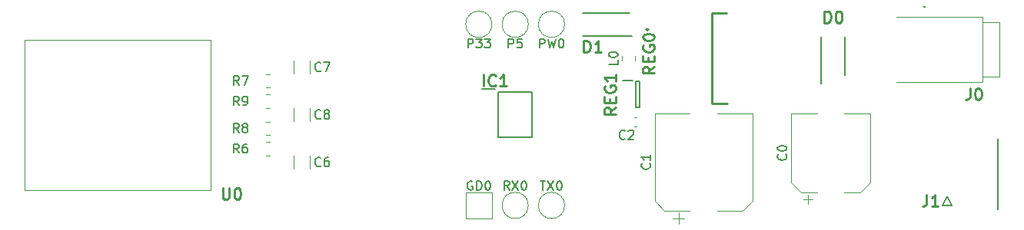
<source format=gbr>
%TF.GenerationSoftware,KiCad,Pcbnew,(5.1.12)-1*%
%TF.CreationDate,2023-03-06T23:23:30+01:00*%
%TF.ProjectId,DualPressure_V2,4475616c-5072-4657-9373-7572655f5632,rev?*%
%TF.SameCoordinates,Original*%
%TF.FileFunction,Legend,Top*%
%TF.FilePolarity,Positive*%
%FSLAX46Y46*%
G04 Gerber Fmt 4.6, Leading zero omitted, Abs format (unit mm)*
G04 Created by KiCad (PCBNEW (5.1.12)-1) date 2023-03-06 23:23:30*
%MOMM*%
%LPD*%
G01*
G04 APERTURE LIST*
%ADD10C,0.120000*%
%ADD11C,0.200000*%
%ADD12C,0.100000*%
%ADD13C,0.127000*%
%ADD14C,0.254000*%
%ADD15C,0.150000*%
G04 APERTURE END LIST*
D10*
%TO.C,C0*%
X248490000Y-96300000D02*
X249490000Y-96300000D01*
X248990000Y-96800000D02*
X248990000Y-95800000D01*
X254795563Y-95560000D02*
X255860000Y-94495563D01*
X248204437Y-95560000D02*
X247140000Y-94495563D01*
X248204437Y-95560000D02*
X249990000Y-95560000D01*
X254795563Y-95560000D02*
X253010000Y-95560000D01*
X255860000Y-94495563D02*
X255860000Y-86840000D01*
X247140000Y-94495563D02*
X247140000Y-86840000D01*
X247140000Y-86840000D02*
X249990000Y-86840000D01*
X255860000Y-86840000D02*
X253010000Y-86840000D01*
%TO.C,C1*%
X234115000Y-98425000D02*
X235365000Y-98425000D01*
X234740000Y-99050000D02*
X234740000Y-97800000D01*
X241795563Y-97560000D02*
X242860000Y-96495563D01*
X233204437Y-97560000D02*
X232140000Y-96495563D01*
X233204437Y-97560000D02*
X235990000Y-97560000D01*
X241795563Y-97560000D02*
X239010000Y-97560000D01*
X242860000Y-96495563D02*
X242860000Y-86840000D01*
X232140000Y-96495563D02*
X232140000Y-86840000D01*
X232140000Y-86840000D02*
X235990000Y-86840000D01*
X242860000Y-86840000D02*
X239010000Y-86840000D01*
%TO.C,C2*%
X229853733Y-88260000D02*
X230146267Y-88260000D01*
X229853733Y-87240000D02*
X230146267Y-87240000D01*
%TO.C,C6*%
X192340000Y-92961252D02*
X192340000Y-91538748D01*
X194160000Y-92961252D02*
X194160000Y-91538748D01*
%TO.C,C7*%
X194160000Y-82461252D02*
X194160000Y-81038748D01*
X192340000Y-82461252D02*
X192340000Y-81038748D01*
%TO.C,C8*%
X194160000Y-87711252D02*
X194160000Y-86288748D01*
X192340000Y-87711252D02*
X192340000Y-86288748D01*
D11*
%TO.C,D0*%
X253050000Y-82638000D02*
X253050000Y-78362000D01*
X250450000Y-83510000D02*
X250450000Y-78362000D01*
%TO.C,D1*%
X229320000Y-75720000D02*
X224180000Y-75720000D01*
X224180000Y-78280000D02*
X229600000Y-78280000D01*
D10*
%TO.C,GD0*%
X211300000Y-98450000D02*
X211300000Y-95550000D01*
X214200000Y-98450000D02*
X211300000Y-98450000D01*
X214200000Y-95550000D02*
X214200000Y-98450000D01*
X211300000Y-95550000D02*
X214200000Y-95550000D01*
D11*
%TO.C,IC1*%
X213075000Y-84150000D02*
X214550000Y-84150000D01*
X214900000Y-89500000D02*
X214900000Y-84500000D01*
X218600000Y-89500000D02*
X214900000Y-89500000D01*
X218600000Y-84500000D02*
X218600000Y-89500000D01*
X214900000Y-84500000D02*
X218600000Y-84500000D01*
%TO.C,J0*%
X261900000Y-75050000D02*
X261900000Y-75050000D01*
X261800000Y-75050000D02*
X261800000Y-75050000D01*
X261900000Y-75050000D02*
X261900000Y-75050000D01*
D12*
X268200000Y-83350000D02*
X268200000Y-83350000D01*
X258700000Y-83350000D02*
X268200000Y-83350000D01*
X258700000Y-83350000D02*
X258700000Y-83350000D01*
X268200000Y-83350000D02*
X258700000Y-83350000D01*
X268200000Y-83350000D02*
X268200000Y-82750000D01*
X268200000Y-83350000D02*
X268200000Y-83350000D01*
X268200000Y-82750000D02*
X268200000Y-83350000D01*
X268200000Y-82750000D02*
X268200000Y-82750000D01*
X268200000Y-76150000D02*
X268200000Y-76150000D01*
X258700000Y-76150000D02*
X268200000Y-76150000D01*
X258700000Y-76150000D02*
X258700000Y-76150000D01*
X268200000Y-76150000D02*
X258700000Y-76150000D01*
X268200000Y-76150000D02*
X268200000Y-76750000D01*
X268200000Y-76150000D02*
X268200000Y-76150000D01*
X268200000Y-76750000D02*
X268200000Y-76150000D01*
X268200000Y-76750000D02*
X268200000Y-76750000D01*
X270100000Y-82750000D02*
X270100000Y-76750000D01*
X268200000Y-82750000D02*
X270100000Y-82750000D01*
X268200000Y-76750000D02*
X268200000Y-82750000D01*
X270100000Y-76750000D02*
X268200000Y-76750000D01*
D11*
X261800000Y-75050000D02*
G75*
G02*
X261900000Y-75050000I50000J0D01*
G01*
X261900000Y-75050000D02*
G75*
G02*
X261800000Y-75050000I-50000J0D01*
G01*
X261800000Y-75050000D02*
G75*
G02*
X261900000Y-75050000I50000J0D01*
G01*
D13*
%TO.C,J1*%
X264325000Y-96000000D02*
X264825000Y-97000000D01*
X263825000Y-97000000D02*
X264325000Y-96000000D01*
X264825000Y-97000000D02*
X263825000Y-97000000D01*
X269925000Y-89600000D02*
X269925000Y-97400000D01*
D10*
%TO.C,L0*%
X229960000Y-81011252D02*
X229960000Y-80488748D01*
X228540000Y-81011252D02*
X228540000Y-80488748D01*
%TO.C,P5*%
X218200000Y-77000000D02*
G75*
G03*
X218200000Y-77000000I-1450000J0D01*
G01*
%TO.C,P33*%
X214200000Y-77000000D02*
G75*
G03*
X214200000Y-77000000I-1450000J0D01*
G01*
%TO.C,PW0*%
X222200000Y-77000000D02*
G75*
G03*
X222200000Y-77000000I-1450000J0D01*
G01*
%TO.C,R6*%
X189727064Y-91485000D02*
X189272936Y-91485000D01*
X189727064Y-90015000D02*
X189272936Y-90015000D01*
%TO.C,R7*%
X189272936Y-83985000D02*
X189727064Y-83985000D01*
X189272936Y-82515000D02*
X189727064Y-82515000D01*
%TO.C,R8*%
X189727064Y-87765000D02*
X189272936Y-87765000D01*
X189727064Y-89235000D02*
X189272936Y-89235000D01*
%TO.C,R9*%
X189727064Y-86235000D02*
X189272936Y-86235000D01*
X189727064Y-84765000D02*
X189272936Y-84765000D01*
D14*
%TO.C,REG0*%
X231415670Y-77550000D02*
G75*
G03*
X231415670Y-77550000I-115670J0D01*
G01*
X238400000Y-85760000D02*
X240080000Y-85760000D01*
X238400000Y-75740000D02*
X239987670Y-75740000D01*
X238400000Y-85760000D02*
X238400000Y-75740000D01*
D11*
%TO.C,REG1*%
X228625000Y-83215000D02*
X229675000Y-83215000D01*
X230025000Y-86200000D02*
X230025000Y-83300000D01*
X230475000Y-86200000D02*
X230025000Y-86200000D01*
X230475000Y-83300000D02*
X230475000Y-86200000D01*
X230025000Y-83300000D02*
X230475000Y-83300000D01*
D10*
%TO.C,RX0*%
X218200000Y-97000000D02*
G75*
G03*
X218200000Y-97000000I-1450000J0D01*
G01*
%TO.C,TX0*%
X222200000Y-97000000D02*
G75*
G03*
X222200000Y-97000000I-1450000J0D01*
G01*
D12*
%TO.C,U0*%
X183250000Y-78750000D02*
X183250000Y-95350000D01*
X162750000Y-78750000D02*
X183250000Y-78750000D01*
X162750000Y-95350000D02*
X162750000Y-78750000D01*
X183250000Y-95350000D02*
X162750000Y-95350000D01*
%TO.C,C0*%
D15*
X246557142Y-91366666D02*
X246604761Y-91414285D01*
X246652380Y-91557142D01*
X246652380Y-91652380D01*
X246604761Y-91795238D01*
X246509523Y-91890476D01*
X246414285Y-91938095D01*
X246223809Y-91985714D01*
X246080952Y-91985714D01*
X245890476Y-91938095D01*
X245795238Y-91890476D01*
X245700000Y-91795238D01*
X245652380Y-91652380D01*
X245652380Y-91557142D01*
X245700000Y-91414285D01*
X245747619Y-91366666D01*
X245652380Y-90747619D02*
X245652380Y-90652380D01*
X245700000Y-90557142D01*
X245747619Y-90509523D01*
X245842857Y-90461904D01*
X246033333Y-90414285D01*
X246271428Y-90414285D01*
X246461904Y-90461904D01*
X246557142Y-90509523D01*
X246604761Y-90557142D01*
X246652380Y-90652380D01*
X246652380Y-90747619D01*
X246604761Y-90842857D01*
X246557142Y-90890476D01*
X246461904Y-90938095D01*
X246271428Y-90985714D01*
X246033333Y-90985714D01*
X245842857Y-90938095D01*
X245747619Y-90890476D01*
X245700000Y-90842857D01*
X245652380Y-90747619D01*
%TO.C,C1*%
X231557142Y-92366666D02*
X231604761Y-92414285D01*
X231652380Y-92557142D01*
X231652380Y-92652380D01*
X231604761Y-92795238D01*
X231509523Y-92890476D01*
X231414285Y-92938095D01*
X231223809Y-92985714D01*
X231080952Y-92985714D01*
X230890476Y-92938095D01*
X230795238Y-92890476D01*
X230700000Y-92795238D01*
X230652380Y-92652380D01*
X230652380Y-92557142D01*
X230700000Y-92414285D01*
X230747619Y-92366666D01*
X231652380Y-91414285D02*
X231652380Y-91985714D01*
X231652380Y-91700000D02*
X230652380Y-91700000D01*
X230795238Y-91795238D01*
X230890476Y-91890476D01*
X230938095Y-91985714D01*
%TO.C,C2*%
X228833333Y-89607142D02*
X228785714Y-89654761D01*
X228642857Y-89702380D01*
X228547619Y-89702380D01*
X228404761Y-89654761D01*
X228309523Y-89559523D01*
X228261904Y-89464285D01*
X228214285Y-89273809D01*
X228214285Y-89130952D01*
X228261904Y-88940476D01*
X228309523Y-88845238D01*
X228404761Y-88750000D01*
X228547619Y-88702380D01*
X228642857Y-88702380D01*
X228785714Y-88750000D01*
X228833333Y-88797619D01*
X229214285Y-88797619D02*
X229261904Y-88750000D01*
X229357142Y-88702380D01*
X229595238Y-88702380D01*
X229690476Y-88750000D01*
X229738095Y-88797619D01*
X229785714Y-88892857D01*
X229785714Y-88988095D01*
X229738095Y-89130952D01*
X229166666Y-89702380D01*
X229785714Y-89702380D01*
%TO.C,C6*%
X195333333Y-92607142D02*
X195285714Y-92654761D01*
X195142857Y-92702380D01*
X195047619Y-92702380D01*
X194904761Y-92654761D01*
X194809523Y-92559523D01*
X194761904Y-92464285D01*
X194714285Y-92273809D01*
X194714285Y-92130952D01*
X194761904Y-91940476D01*
X194809523Y-91845238D01*
X194904761Y-91750000D01*
X195047619Y-91702380D01*
X195142857Y-91702380D01*
X195285714Y-91750000D01*
X195333333Y-91797619D01*
X196190476Y-91702380D02*
X196000000Y-91702380D01*
X195904761Y-91750000D01*
X195857142Y-91797619D01*
X195761904Y-91940476D01*
X195714285Y-92130952D01*
X195714285Y-92511904D01*
X195761904Y-92607142D01*
X195809523Y-92654761D01*
X195904761Y-92702380D01*
X196095238Y-92702380D01*
X196190476Y-92654761D01*
X196238095Y-92607142D01*
X196285714Y-92511904D01*
X196285714Y-92273809D01*
X196238095Y-92178571D01*
X196190476Y-92130952D01*
X196095238Y-92083333D01*
X195904761Y-92083333D01*
X195809523Y-92130952D01*
X195761904Y-92178571D01*
X195714285Y-92273809D01*
%TO.C,C7*%
X195333333Y-82107142D02*
X195285714Y-82154761D01*
X195142857Y-82202380D01*
X195047619Y-82202380D01*
X194904761Y-82154761D01*
X194809523Y-82059523D01*
X194761904Y-81964285D01*
X194714285Y-81773809D01*
X194714285Y-81630952D01*
X194761904Y-81440476D01*
X194809523Y-81345238D01*
X194904761Y-81250000D01*
X195047619Y-81202380D01*
X195142857Y-81202380D01*
X195285714Y-81250000D01*
X195333333Y-81297619D01*
X195666666Y-81202380D02*
X196333333Y-81202380D01*
X195904761Y-82202380D01*
%TO.C,C8*%
X195333333Y-87357142D02*
X195285714Y-87404761D01*
X195142857Y-87452380D01*
X195047619Y-87452380D01*
X194904761Y-87404761D01*
X194809523Y-87309523D01*
X194761904Y-87214285D01*
X194714285Y-87023809D01*
X194714285Y-86880952D01*
X194761904Y-86690476D01*
X194809523Y-86595238D01*
X194904761Y-86500000D01*
X195047619Y-86452380D01*
X195142857Y-86452380D01*
X195285714Y-86500000D01*
X195333333Y-86547619D01*
X195904761Y-86880952D02*
X195809523Y-86833333D01*
X195761904Y-86785714D01*
X195714285Y-86690476D01*
X195714285Y-86642857D01*
X195761904Y-86547619D01*
X195809523Y-86500000D01*
X195904761Y-86452380D01*
X196095238Y-86452380D01*
X196190476Y-86500000D01*
X196238095Y-86547619D01*
X196285714Y-86642857D01*
X196285714Y-86690476D01*
X196238095Y-86785714D01*
X196190476Y-86833333D01*
X196095238Y-86880952D01*
X195904761Y-86880952D01*
X195809523Y-86928571D01*
X195761904Y-86976190D01*
X195714285Y-87071428D01*
X195714285Y-87261904D01*
X195761904Y-87357142D01*
X195809523Y-87404761D01*
X195904761Y-87452380D01*
X196095238Y-87452380D01*
X196190476Y-87404761D01*
X196238095Y-87357142D01*
X196285714Y-87261904D01*
X196285714Y-87071428D01*
X196238095Y-86976190D01*
X196190476Y-86928571D01*
X196095238Y-86880952D01*
%TO.C,D0*%
D14*
X250812619Y-76824523D02*
X250812619Y-75554523D01*
X251115000Y-75554523D01*
X251296428Y-75615000D01*
X251417380Y-75735952D01*
X251477857Y-75856904D01*
X251538333Y-76098809D01*
X251538333Y-76280238D01*
X251477857Y-76522142D01*
X251417380Y-76643095D01*
X251296428Y-76764047D01*
X251115000Y-76824523D01*
X250812619Y-76824523D01*
X252324523Y-75554523D02*
X252445476Y-75554523D01*
X252566428Y-75615000D01*
X252626904Y-75675476D01*
X252687380Y-75796428D01*
X252747857Y-76038333D01*
X252747857Y-76340714D01*
X252687380Y-76582619D01*
X252626904Y-76703571D01*
X252566428Y-76764047D01*
X252445476Y-76824523D01*
X252324523Y-76824523D01*
X252203571Y-76764047D01*
X252143095Y-76703571D01*
X252082619Y-76582619D01*
X252022142Y-76340714D01*
X252022142Y-76038333D01*
X252082619Y-75796428D01*
X252143095Y-75675476D01*
X252203571Y-75615000D01*
X252324523Y-75554523D01*
%TO.C,D1*%
X224312619Y-80074523D02*
X224312619Y-78804523D01*
X224615000Y-78804523D01*
X224796428Y-78865000D01*
X224917380Y-78985952D01*
X224977857Y-79106904D01*
X225038333Y-79348809D01*
X225038333Y-79530238D01*
X224977857Y-79772142D01*
X224917380Y-79893095D01*
X224796428Y-80014047D01*
X224615000Y-80074523D01*
X224312619Y-80074523D01*
X226247857Y-80074523D02*
X225522142Y-80074523D01*
X225885000Y-80074523D02*
X225885000Y-78804523D01*
X225764047Y-78985952D01*
X225643095Y-79106904D01*
X225522142Y-79167380D01*
%TO.C,GD0*%
D15*
X212035714Y-94352000D02*
X211940476Y-94304380D01*
X211797619Y-94304380D01*
X211654761Y-94352000D01*
X211559523Y-94447238D01*
X211511904Y-94542476D01*
X211464285Y-94732952D01*
X211464285Y-94875809D01*
X211511904Y-95066285D01*
X211559523Y-95161523D01*
X211654761Y-95256761D01*
X211797619Y-95304380D01*
X211892857Y-95304380D01*
X212035714Y-95256761D01*
X212083333Y-95209142D01*
X212083333Y-94875809D01*
X211892857Y-94875809D01*
X212511904Y-95304380D02*
X212511904Y-94304380D01*
X212750000Y-94304380D01*
X212892857Y-94352000D01*
X212988095Y-94447238D01*
X213035714Y-94542476D01*
X213083333Y-94732952D01*
X213083333Y-94875809D01*
X213035714Y-95066285D01*
X212988095Y-95161523D01*
X212892857Y-95256761D01*
X212750000Y-95304380D01*
X212511904Y-95304380D01*
X213702380Y-94304380D02*
X213797619Y-94304380D01*
X213892857Y-94352000D01*
X213940476Y-94399619D01*
X213988095Y-94494857D01*
X214035714Y-94685333D01*
X214035714Y-94923428D01*
X213988095Y-95113904D01*
X213940476Y-95209142D01*
X213892857Y-95256761D01*
X213797619Y-95304380D01*
X213702380Y-95304380D01*
X213607142Y-95256761D01*
X213559523Y-95209142D01*
X213511904Y-95113904D01*
X213464285Y-94923428D01*
X213464285Y-94685333D01*
X213511904Y-94494857D01*
X213559523Y-94399619D01*
X213607142Y-94352000D01*
X213702380Y-94304380D01*
%TO.C,IC1*%
D14*
X213260238Y-83824523D02*
X213260238Y-82554523D01*
X214590714Y-83703571D02*
X214530238Y-83764047D01*
X214348809Y-83824523D01*
X214227857Y-83824523D01*
X214046428Y-83764047D01*
X213925476Y-83643095D01*
X213865000Y-83522142D01*
X213804523Y-83280238D01*
X213804523Y-83098809D01*
X213865000Y-82856904D01*
X213925476Y-82735952D01*
X214046428Y-82615000D01*
X214227857Y-82554523D01*
X214348809Y-82554523D01*
X214530238Y-82615000D01*
X214590714Y-82675476D01*
X215800238Y-83824523D02*
X215074523Y-83824523D01*
X215437380Y-83824523D02*
X215437380Y-82554523D01*
X215316428Y-82735952D01*
X215195476Y-82856904D01*
X215074523Y-82917380D01*
%TO.C,J0*%
X266826666Y-84054523D02*
X266826666Y-84961666D01*
X266766190Y-85143095D01*
X266645238Y-85264047D01*
X266463809Y-85324523D01*
X266342857Y-85324523D01*
X267673333Y-84054523D02*
X267794285Y-84054523D01*
X267915238Y-84115000D01*
X267975714Y-84175476D01*
X268036190Y-84296428D01*
X268096666Y-84538333D01*
X268096666Y-84840714D01*
X268036190Y-85082619D01*
X267975714Y-85203571D01*
X267915238Y-85264047D01*
X267794285Y-85324523D01*
X267673333Y-85324523D01*
X267552380Y-85264047D01*
X267491904Y-85203571D01*
X267431428Y-85082619D01*
X267370952Y-84840714D01*
X267370952Y-84538333D01*
X267431428Y-84296428D01*
X267491904Y-84175476D01*
X267552380Y-84115000D01*
X267673333Y-84054523D01*
%TO.C,J1*%
X262076666Y-95804523D02*
X262076666Y-96711666D01*
X262016190Y-96893095D01*
X261895238Y-97014047D01*
X261713809Y-97074523D01*
X261592857Y-97074523D01*
X263346666Y-97074523D02*
X262620952Y-97074523D01*
X262983809Y-97074523D02*
X262983809Y-95804523D01*
X262862857Y-95985952D01*
X262741904Y-96106904D01*
X262620952Y-96167380D01*
%TO.C,L0*%
D15*
X228052380Y-80916666D02*
X228052380Y-81392857D01*
X227052380Y-81392857D01*
X227052380Y-80392857D02*
X227052380Y-80297619D01*
X227100000Y-80202380D01*
X227147619Y-80154761D01*
X227242857Y-80107142D01*
X227433333Y-80059523D01*
X227671428Y-80059523D01*
X227861904Y-80107142D01*
X227957142Y-80154761D01*
X228004761Y-80202380D01*
X228052380Y-80297619D01*
X228052380Y-80392857D01*
X228004761Y-80488095D01*
X227957142Y-80535714D01*
X227861904Y-80583333D01*
X227671428Y-80630952D01*
X227433333Y-80630952D01*
X227242857Y-80583333D01*
X227147619Y-80535714D01*
X227100000Y-80488095D01*
X227052380Y-80392857D01*
%TO.C,P5*%
X216011904Y-79600380D02*
X216011904Y-78600380D01*
X216392857Y-78600380D01*
X216488095Y-78648000D01*
X216535714Y-78695619D01*
X216583333Y-78790857D01*
X216583333Y-78933714D01*
X216535714Y-79028952D01*
X216488095Y-79076571D01*
X216392857Y-79124190D01*
X216011904Y-79124190D01*
X217488095Y-78600380D02*
X217011904Y-78600380D01*
X216964285Y-79076571D01*
X217011904Y-79028952D01*
X217107142Y-78981333D01*
X217345238Y-78981333D01*
X217440476Y-79028952D01*
X217488095Y-79076571D01*
X217535714Y-79171809D01*
X217535714Y-79409904D01*
X217488095Y-79505142D01*
X217440476Y-79552761D01*
X217345238Y-79600380D01*
X217107142Y-79600380D01*
X217011904Y-79552761D01*
X216964285Y-79505142D01*
%TO.C,P33*%
X211535714Y-79600380D02*
X211535714Y-78600380D01*
X211916666Y-78600380D01*
X212011904Y-78648000D01*
X212059523Y-78695619D01*
X212107142Y-78790857D01*
X212107142Y-78933714D01*
X212059523Y-79028952D01*
X212011904Y-79076571D01*
X211916666Y-79124190D01*
X211535714Y-79124190D01*
X212440476Y-78600380D02*
X213059523Y-78600380D01*
X212726190Y-78981333D01*
X212869047Y-78981333D01*
X212964285Y-79028952D01*
X213011904Y-79076571D01*
X213059523Y-79171809D01*
X213059523Y-79409904D01*
X213011904Y-79505142D01*
X212964285Y-79552761D01*
X212869047Y-79600380D01*
X212583333Y-79600380D01*
X212488095Y-79552761D01*
X212440476Y-79505142D01*
X213392857Y-78600380D02*
X214011904Y-78600380D01*
X213678571Y-78981333D01*
X213821428Y-78981333D01*
X213916666Y-79028952D01*
X213964285Y-79076571D01*
X214011904Y-79171809D01*
X214011904Y-79409904D01*
X213964285Y-79505142D01*
X213916666Y-79552761D01*
X213821428Y-79600380D01*
X213535714Y-79600380D01*
X213440476Y-79552761D01*
X213392857Y-79505142D01*
%TO.C,PW0*%
X219440476Y-79600380D02*
X219440476Y-78600380D01*
X219821428Y-78600380D01*
X219916666Y-78648000D01*
X219964285Y-78695619D01*
X220011904Y-78790857D01*
X220011904Y-78933714D01*
X219964285Y-79028952D01*
X219916666Y-79076571D01*
X219821428Y-79124190D01*
X219440476Y-79124190D01*
X220345238Y-78600380D02*
X220583333Y-79600380D01*
X220773809Y-78886095D01*
X220964285Y-79600380D01*
X221202380Y-78600380D01*
X221773809Y-78600380D02*
X221869047Y-78600380D01*
X221964285Y-78648000D01*
X222011904Y-78695619D01*
X222059523Y-78790857D01*
X222107142Y-78981333D01*
X222107142Y-79219428D01*
X222059523Y-79409904D01*
X222011904Y-79505142D01*
X221964285Y-79552761D01*
X221869047Y-79600380D01*
X221773809Y-79600380D01*
X221678571Y-79552761D01*
X221630952Y-79505142D01*
X221583333Y-79409904D01*
X221535714Y-79219428D01*
X221535714Y-78981333D01*
X221583333Y-78790857D01*
X221630952Y-78695619D01*
X221678571Y-78648000D01*
X221773809Y-78600380D01*
%TO.C,R6*%
X186333333Y-91202380D02*
X186000000Y-90726190D01*
X185761904Y-91202380D02*
X185761904Y-90202380D01*
X186142857Y-90202380D01*
X186238095Y-90250000D01*
X186285714Y-90297619D01*
X186333333Y-90392857D01*
X186333333Y-90535714D01*
X186285714Y-90630952D01*
X186238095Y-90678571D01*
X186142857Y-90726190D01*
X185761904Y-90726190D01*
X187190476Y-90202380D02*
X187000000Y-90202380D01*
X186904761Y-90250000D01*
X186857142Y-90297619D01*
X186761904Y-90440476D01*
X186714285Y-90630952D01*
X186714285Y-91011904D01*
X186761904Y-91107142D01*
X186809523Y-91154761D01*
X186904761Y-91202380D01*
X187095238Y-91202380D01*
X187190476Y-91154761D01*
X187238095Y-91107142D01*
X187285714Y-91011904D01*
X187285714Y-90773809D01*
X187238095Y-90678571D01*
X187190476Y-90630952D01*
X187095238Y-90583333D01*
X186904761Y-90583333D01*
X186809523Y-90630952D01*
X186761904Y-90678571D01*
X186714285Y-90773809D01*
%TO.C,R7*%
X186333333Y-83702380D02*
X186000000Y-83226190D01*
X185761904Y-83702380D02*
X185761904Y-82702380D01*
X186142857Y-82702380D01*
X186238095Y-82750000D01*
X186285714Y-82797619D01*
X186333333Y-82892857D01*
X186333333Y-83035714D01*
X186285714Y-83130952D01*
X186238095Y-83178571D01*
X186142857Y-83226190D01*
X185761904Y-83226190D01*
X186666666Y-82702380D02*
X187333333Y-82702380D01*
X186904761Y-83702380D01*
%TO.C,R8*%
X186333333Y-88952380D02*
X186000000Y-88476190D01*
X185761904Y-88952380D02*
X185761904Y-87952380D01*
X186142857Y-87952380D01*
X186238095Y-88000000D01*
X186285714Y-88047619D01*
X186333333Y-88142857D01*
X186333333Y-88285714D01*
X186285714Y-88380952D01*
X186238095Y-88428571D01*
X186142857Y-88476190D01*
X185761904Y-88476190D01*
X186904761Y-88380952D02*
X186809523Y-88333333D01*
X186761904Y-88285714D01*
X186714285Y-88190476D01*
X186714285Y-88142857D01*
X186761904Y-88047619D01*
X186809523Y-88000000D01*
X186904761Y-87952380D01*
X187095238Y-87952380D01*
X187190476Y-88000000D01*
X187238095Y-88047619D01*
X187285714Y-88142857D01*
X187285714Y-88190476D01*
X187238095Y-88285714D01*
X187190476Y-88333333D01*
X187095238Y-88380952D01*
X186904761Y-88380952D01*
X186809523Y-88428571D01*
X186761904Y-88476190D01*
X186714285Y-88571428D01*
X186714285Y-88761904D01*
X186761904Y-88857142D01*
X186809523Y-88904761D01*
X186904761Y-88952380D01*
X187095238Y-88952380D01*
X187190476Y-88904761D01*
X187238095Y-88857142D01*
X187285714Y-88761904D01*
X187285714Y-88571428D01*
X187238095Y-88476190D01*
X187190476Y-88428571D01*
X187095238Y-88380952D01*
%TO.C,R9*%
X186333333Y-85952380D02*
X186000000Y-85476190D01*
X185761904Y-85952380D02*
X185761904Y-84952380D01*
X186142857Y-84952380D01*
X186238095Y-85000000D01*
X186285714Y-85047619D01*
X186333333Y-85142857D01*
X186333333Y-85285714D01*
X186285714Y-85380952D01*
X186238095Y-85428571D01*
X186142857Y-85476190D01*
X185761904Y-85476190D01*
X186809523Y-85952380D02*
X187000000Y-85952380D01*
X187095238Y-85904761D01*
X187142857Y-85857142D01*
X187238095Y-85714285D01*
X187285714Y-85523809D01*
X187285714Y-85142857D01*
X187238095Y-85047619D01*
X187190476Y-85000000D01*
X187095238Y-84952380D01*
X186904761Y-84952380D01*
X186809523Y-85000000D01*
X186761904Y-85047619D01*
X186714285Y-85142857D01*
X186714285Y-85380952D01*
X186761904Y-85476190D01*
X186809523Y-85523809D01*
X186904761Y-85571428D01*
X187095238Y-85571428D01*
X187190476Y-85523809D01*
X187238095Y-85476190D01*
X187285714Y-85380952D01*
%TO.C,REG0*%
D14*
X232074523Y-81671190D02*
X231469761Y-82094523D01*
X232074523Y-82396904D02*
X230804523Y-82396904D01*
X230804523Y-81913095D01*
X230865000Y-81792142D01*
X230925476Y-81731666D01*
X231046428Y-81671190D01*
X231227857Y-81671190D01*
X231348809Y-81731666D01*
X231409285Y-81792142D01*
X231469761Y-81913095D01*
X231469761Y-82396904D01*
X231409285Y-81126904D02*
X231409285Y-80703571D01*
X232074523Y-80522142D02*
X232074523Y-81126904D01*
X230804523Y-81126904D01*
X230804523Y-80522142D01*
X230865000Y-79312619D02*
X230804523Y-79433571D01*
X230804523Y-79615000D01*
X230865000Y-79796428D01*
X230985952Y-79917380D01*
X231106904Y-79977857D01*
X231348809Y-80038333D01*
X231530238Y-80038333D01*
X231772142Y-79977857D01*
X231893095Y-79917380D01*
X232014047Y-79796428D01*
X232074523Y-79615000D01*
X232074523Y-79494047D01*
X232014047Y-79312619D01*
X231953571Y-79252142D01*
X231530238Y-79252142D01*
X231530238Y-79494047D01*
X230804523Y-78465952D02*
X230804523Y-78345000D01*
X230865000Y-78224047D01*
X230925476Y-78163571D01*
X231046428Y-78103095D01*
X231288333Y-78042619D01*
X231590714Y-78042619D01*
X231832619Y-78103095D01*
X231953571Y-78163571D01*
X232014047Y-78224047D01*
X232074523Y-78345000D01*
X232074523Y-78465952D01*
X232014047Y-78586904D01*
X231953571Y-78647380D01*
X231832619Y-78707857D01*
X231590714Y-78768333D01*
X231288333Y-78768333D01*
X231046428Y-78707857D01*
X230925476Y-78647380D01*
X230865000Y-78586904D01*
X230804523Y-78465952D01*
%TO.C,REG1*%
X227824523Y-86171190D02*
X227219761Y-86594523D01*
X227824523Y-86896904D02*
X226554523Y-86896904D01*
X226554523Y-86413095D01*
X226615000Y-86292142D01*
X226675476Y-86231666D01*
X226796428Y-86171190D01*
X226977857Y-86171190D01*
X227098809Y-86231666D01*
X227159285Y-86292142D01*
X227219761Y-86413095D01*
X227219761Y-86896904D01*
X227159285Y-85626904D02*
X227159285Y-85203571D01*
X227824523Y-85022142D02*
X227824523Y-85626904D01*
X226554523Y-85626904D01*
X226554523Y-85022142D01*
X226615000Y-83812619D02*
X226554523Y-83933571D01*
X226554523Y-84115000D01*
X226615000Y-84296428D01*
X226735952Y-84417380D01*
X226856904Y-84477857D01*
X227098809Y-84538333D01*
X227280238Y-84538333D01*
X227522142Y-84477857D01*
X227643095Y-84417380D01*
X227764047Y-84296428D01*
X227824523Y-84115000D01*
X227824523Y-83994047D01*
X227764047Y-83812619D01*
X227703571Y-83752142D01*
X227280238Y-83752142D01*
X227280238Y-83994047D01*
X227824523Y-82542619D02*
X227824523Y-83268333D01*
X227824523Y-82905476D02*
X226554523Y-82905476D01*
X226735952Y-83026428D01*
X226856904Y-83147380D01*
X226917380Y-83268333D01*
%TO.C,RX0*%
D15*
X216107142Y-95304380D02*
X215773809Y-94828190D01*
X215535714Y-95304380D02*
X215535714Y-94304380D01*
X215916666Y-94304380D01*
X216011904Y-94352000D01*
X216059523Y-94399619D01*
X216107142Y-94494857D01*
X216107142Y-94637714D01*
X216059523Y-94732952D01*
X216011904Y-94780571D01*
X215916666Y-94828190D01*
X215535714Y-94828190D01*
X216440476Y-94304380D02*
X217107142Y-95304380D01*
X217107142Y-94304380D02*
X216440476Y-95304380D01*
X217678571Y-94304380D02*
X217773809Y-94304380D01*
X217869047Y-94352000D01*
X217916666Y-94399619D01*
X217964285Y-94494857D01*
X218011904Y-94685333D01*
X218011904Y-94923428D01*
X217964285Y-95113904D01*
X217916666Y-95209142D01*
X217869047Y-95256761D01*
X217773809Y-95304380D01*
X217678571Y-95304380D01*
X217583333Y-95256761D01*
X217535714Y-95209142D01*
X217488095Y-95113904D01*
X217440476Y-94923428D01*
X217440476Y-94685333D01*
X217488095Y-94494857D01*
X217535714Y-94399619D01*
X217583333Y-94352000D01*
X217678571Y-94304380D01*
%TO.C,TX0*%
X219511904Y-94304380D02*
X220083333Y-94304380D01*
X219797619Y-95304380D02*
X219797619Y-94304380D01*
X220321428Y-94304380D02*
X220988095Y-95304380D01*
X220988095Y-94304380D02*
X220321428Y-95304380D01*
X221559523Y-94304380D02*
X221654761Y-94304380D01*
X221750000Y-94352000D01*
X221797619Y-94399619D01*
X221845238Y-94494857D01*
X221892857Y-94685333D01*
X221892857Y-94923428D01*
X221845238Y-95113904D01*
X221797619Y-95209142D01*
X221750000Y-95256761D01*
X221654761Y-95304380D01*
X221559523Y-95304380D01*
X221464285Y-95256761D01*
X221416666Y-95209142D01*
X221369047Y-95113904D01*
X221321428Y-94923428D01*
X221321428Y-94685333D01*
X221369047Y-94494857D01*
X221416666Y-94399619D01*
X221464285Y-94352000D01*
X221559523Y-94304380D01*
%TO.C,U0*%
D14*
X184532380Y-95054523D02*
X184532380Y-96082619D01*
X184592857Y-96203571D01*
X184653333Y-96264047D01*
X184774285Y-96324523D01*
X185016190Y-96324523D01*
X185137142Y-96264047D01*
X185197619Y-96203571D01*
X185258095Y-96082619D01*
X185258095Y-95054523D01*
X186104761Y-95054523D02*
X186225714Y-95054523D01*
X186346666Y-95115000D01*
X186407142Y-95175476D01*
X186467619Y-95296428D01*
X186528095Y-95538333D01*
X186528095Y-95840714D01*
X186467619Y-96082619D01*
X186407142Y-96203571D01*
X186346666Y-96264047D01*
X186225714Y-96324523D01*
X186104761Y-96324523D01*
X185983809Y-96264047D01*
X185923333Y-96203571D01*
X185862857Y-96082619D01*
X185802380Y-95840714D01*
X185802380Y-95538333D01*
X185862857Y-95296428D01*
X185923333Y-95175476D01*
X185983809Y-95115000D01*
X186104761Y-95054523D01*
%TD*%
M02*

</source>
